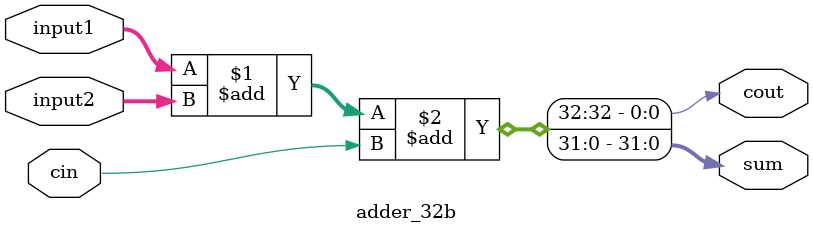
<source format=v>
module adder_32b (input1, input2, cin, cout, sum);
    input [31:0] input1, input2;
    input cin;
    output cout;
    output [31:0] sum;

    assign {cout, sum} = input1 + input2 + cin;

endmodule

</source>
